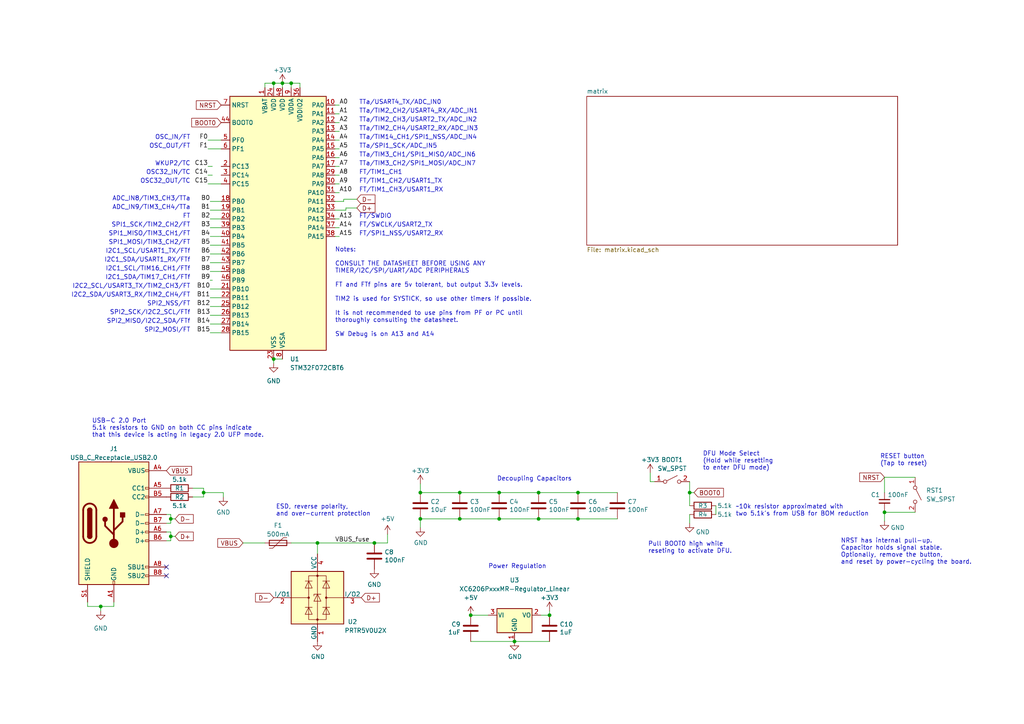
<source format=kicad_sch>
(kicad_sch (version 20230121) (generator eeschema)
  (paper "A4")
  (lib_symbols
    (symbol "+5V_1" (power) (pin_names (offset 0))
      (property "Value" "+5V_1" (at 0 3.556 0))
      (symbol "+5V_1_0_1"
        (polyline (pts (xy -0.762 1.27) (xy 0 2.54)))
        (polyline (pts (xy 0 0) (xy 0 2.54)))
        (polyline (pts (xy 0 2.54) (xy 0.762 1.27)))
      )
      (symbol "+5V_1_1_1"
        (pin power_in line (at 0 0 90) (length 0) hide (name "+5V") (number "1"))
      )
    )
    (symbol "Connector:USB_C_Receptacle_USB2.0" (pin_names (offset 1.016))
      (property "Reference" "J" (at -10.16 19.05 0))
      (property "Value" "USB_C_Receptacle_USB2.0" (at 19.05 19.05 0))
      (symbol "USB_C_Receptacle_USB2.0_0_0"
        (rectangle (start -0.254 -17.78) (end 0.254 -16.764))
        (rectangle (start 10.16 -14.986) (end 9.144 -15.494))
        (rectangle (start 10.16 -12.446) (end 9.144 -12.954))
        (rectangle (start 10.16 -4.826) (end 9.144 -5.334))
        (rectangle (start 10.16 -2.286) (end 9.144 -2.794))
        (rectangle (start 10.16 0.254) (end 9.144 -0.254))
        (rectangle (start 10.16 2.794) (end 9.144 2.286))
        (rectangle (start 10.16 7.874) (end 9.144 7.366))
        (rectangle (start 10.16 10.414) (end 9.144 9.906))
        (rectangle (start 10.16 15.494) (end 9.144 14.986))
      )
      (symbol "USB_C_Receptacle_USB2.0_0_1"
        (rectangle (start -10.16 17.78) (end 10.16 -17.78) (stroke (width 0.254)) (fill (type background)))
        (arc (start -8.89 -3.81) (mid -6.985 -5.7067) (end -5.08 -3.81) (stroke (width 0.508)))
        (arc (start -7.62 -3.81) (mid -6.985 -4.4423) (end -6.35 -3.81) (stroke (width 0.254)))
        (arc (start -7.62 -3.81) (mid -6.985 -4.4423) (end -6.35 -3.81) (stroke (width 0.254)) (fill (type outline)))
        (rectangle (start -7.62 -3.81) (end -6.35 3.81) (stroke (width 0.254)) (fill (type outline)))
        (arc (start -6.35 3.81) (mid -6.985 4.4423) (end -7.62 3.81) (stroke (width 0.254)))
        (arc (start -6.35 3.81) (mid -6.985 4.4423) (end -7.62 3.81) (stroke (width 0.254)) (fill (type outline)))
        (arc (start -5.08 3.81) (mid -6.985 5.7067) (end -8.89 3.81) (stroke (width 0.508)))
        (circle (center -2.54 1.143) (radius 0.635) (stroke (width 0.254)) (fill (type outline)))
        (circle (center 0 -5.842) (radius 1.27) (fill (type outline)))
        (polyline (pts (xy -8.89 -3.81) (xy -8.89 3.81)) (stroke (width 0.508)))
        (polyline (pts (xy -5.08 3.81) (xy -5.08 -3.81)) (stroke (width 0.508)))
        (polyline (pts (xy 0 -5.842) (xy 0 4.318)) (stroke (width 0.508)))
        (polyline (pts (xy 0 -3.302) (xy -2.54 -0.762) (xy -2.54 0.508)) (stroke (width 0.508)))
        (polyline (pts (xy 0 -2.032) (xy 2.54 0.508) (xy 2.54 1.778)) (stroke (width 0.508)))
        (polyline (pts (xy -1.27 4.318) (xy 0 6.858) (xy 1.27 4.318) (xy -1.27 4.318)) (stroke (width 0.254)) (fill (type outline)))
        (rectangle (start 1.905 1.778) (end 3.175 3.048) (stroke (width 0.254)) (fill (type outline)))
      )
      (symbol "USB_C_Receptacle_USB2.0_1_1"
        (pin passive line (at 0 -22.86 90) (length 5.08) (name "GND") (number "A1"))
        (pin passive line (at 0 -22.86 90) (length 5.08) hide (name "GND") (number "A12"))
        (pin passive line (at 15.24 15.24 180) (length 5.08) (name "VBUS") (number "A4"))
        (pin bidirectional line (at 15.24 10.16 180) (length 5.08) (name "CC1") (number "A5"))
        (pin bidirectional line (at 15.24 -2.54 180) (length 5.08) (name "D+") (number "A6"))
        (pin bidirectional line (at 15.24 2.54 180) (length 5.08) (name "D-") (number "A7"))
        (pin bidirectional line (at 15.24 -12.7 180) (length 5.08) (name "SBU1") (number "A8"))
        (pin passive line (at 15.24 15.24 180) (length 5.08) hide (name "VBUS") (number "A9"))
        (pin passive line (at 0 -22.86 90) (length 5.08) hide (name "GND") (number "B1"))
        (pin passive line (at 0 -22.86 90) (length 5.08) hide (name "GND") (number "B12"))
        (pin passive line (at 15.24 15.24 180) (length 5.08) hide (name "VBUS") (number "B4"))
        (pin bidirectional line (at 15.24 7.62 180) (length 5.08) (name "CC2") (number "B5"))
        (pin bidirectional line (at 15.24 -5.08 180) (length 5.08) (name "D+") (number "B6"))
        (pin bidirectional line (at 15.24 0 180) (length 5.08) (name "D-") (number "B7"))
        (pin bidirectional line (at 15.24 -15.24 180) (length 5.08) (name "SBU2") (number "B8"))
        (pin passive line (at 15.24 15.24 180) (length 5.08) hide (name "VBUS") (number "B9"))
        (pin passive line (at -7.62 -22.86 90) (length 5.08) (name "SHIELD") (number "S1"))
      )
    )
    (symbol "Device:C" (pin_numbers hide) (pin_names (offset 0.254))
      (property "Reference" "C" (at 0.635 2.54 0))
      (property "Value" "C" (at 0.635 -2.54 0))
      (symbol "C_0_1"
        (polyline (pts (xy -2.032 -0.762) (xy 2.032 -0.762)) (stroke (width 0.508)))
        (polyline (pts (xy -2.032 0.762) (xy 2.032 0.762)) (stroke (width 0.508)))
      )
      (symbol "C_1_1"
        (pin passive line (at 0 3.81 270) (length 2.794) (name "~") (number "1"))
        (pin passive line (at 0 -3.81 90) (length 2.794) (name "~") (number "2"))
      )
    )
    (symbol "Device:C_Small" (pin_numbers hide) (pin_names (offset 0.254) hide)
      (property "Reference" "C" (at 0.254 1.778 0))
      (property "Value" "C_Small" (at 0.254 -2.032 0))
      (symbol "C_Small_0_1"
        (polyline (pts (xy -1.524 -0.508) (xy 1.524 -0.508)) (stroke (width 0.3302)))
        (polyline (pts (xy -1.524 0.508) (xy 1.524 0.508)) (stroke (width 0.3048)))
      )
      (symbol "C_Small_1_1"
        (pin passive line (at 0 2.54 270) (length 2.032) (name "~") (number "1"))
        (pin passive line (at 0 -2.54 90) (length 2.032) (name "~") (number "2"))
      )
    )
    (symbol "Device:Polyfuse" (pin_numbers hide) (pin_names (offset 0))
      (property "Reference" "F" (at -2.54 0 90))
      (property "Value" "Polyfuse" (at 2.54 0 90))
      (symbol "Polyfuse_0_1"
        (rectangle (start -0.762 2.54) (end 0.762 -2.54) (stroke (width 0.254)))
        (polyline (pts (xy 0 2.54) (xy 0 -2.54)))
        (polyline (pts (xy -1.524 2.54) (xy -1.524 1.524) (xy 1.524 -1.524) (xy 1.524 -2.54)))
      )
      (symbol "Polyfuse_1_1"
        (pin passive line (at 0 3.81 270) (length 1.27) (name "~") (number "1"))
        (pin passive line (at 0 -3.81 90) (length 1.27) (name "~") (number "2"))
      )
    )
    (symbol "Device:R" (pin_numbers hide) (pin_names (offset 0))
      (property "Reference" "R" (at 2.032 0 90))
      (property "Value" "R" (at 0 0 90))
      (symbol "R_0_1"
        (rectangle (start -1.016 -2.54) (end 1.016 2.54) (stroke (width 0.254)))
      )
      (symbol "R_1_1"
        (pin passive line (at 0 3.81 270) (length 1.27) (name "~") (number "1"))
        (pin passive line (at 0 -3.81 90) (length 1.27) (name "~") (number "2"))
      )
    )
    (symbol "MCU_ST_STM32F0:STM32F072CBTx"
      (property "Reference" "U" (at -12.7 39.37 0))
      (property "Value" "STM32F072CBTx" (at 10.16 39.37 0))
      (symbol "STM32F072CBTx_0_1"
        (rectangle (start -12.7 -35.56) (end 15.24 38.1) (stroke (width 0.254)) (fill (type background)))
      )
      (symbol "STM32F072CBTx_1_1"
        (pin power_in line (at -2.54 40.64 270) (length 2.54) (name "VBAT") (number "1"))
        (pin bidirectional line (at 17.78 35.56 180) (length 2.54) (name "PA0") (number "10"))
        (pin bidirectional line (at 17.78 33.02 180) (length 2.54) (name "PA1") (number "11"))
        (pin bidirectional line (at 17.78 30.48 180) (length 2.54) (name "PA2") (number "12"))
        (pin bidirectional line (at 17.78 27.94 180) (length 2.54) (name "PA3") (number "13"))
        (pin bidirectional line (at 17.78 25.4 180) (length 2.54) (name "PA4") (number "14"))
        (pin bidirectional line (at 17.78 22.86 180) (length 2.54) (name "PA5") (number "15"))
        (pin bidirectional line (at 17.78 20.32 180) (length 2.54) (name "PA6") (number "16"))
        (pin bidirectional line (at 17.78 17.78 180) (length 2.54) (name "PA7") (number "17"))
        (pin bidirectional line (at -15.24 7.62 0) (length 2.54) (name "PB0") (number "18"))
        (pin bidirectional line (at -15.24 5.08 0) (length 2.54) (name "PB1") (number "19"))
        (pin bidirectional line (at -15.24 17.78 0) (length 2.54) (name "PC13") (number "2"))
        (pin bidirectional line (at -15.24 2.54 0) (length 2.54) (name "PB2") (number "20"))
        (pin bidirectional line (at -15.24 -17.78 0) (length 2.54) (name "PB10") (number "21"))
        (pin bidirectional line (at -15.24 -20.32 0) (length 2.54) (name "PB11") (number "22"))
        (pin power_in line (at 0 -38.1 90) (length 2.54) (name "VSS") (number "23"))
        (pin power_in line (at 0 40.64 270) (length 2.54) (name "VDD") (number "24"))
        (pin bidirectional line (at -15.24 -22.86 0) (length 2.54) (name "PB12") (number "25"))
        (pin bidirectional line (at -15.24 -25.4 0) (length 2.54) (name "PB13") (number "26"))
        (pin bidirectional line (at -15.24 -27.94 0) (length 2.54) (name "PB14") (number "27"))
        (pin bidirectional line (at -15.24 -30.48 0) (length 2.54) (name "PB15") (number "28"))
        (pin bidirectional line (at 17.78 15.24 180) (length 2.54) (name "PA8") (number "29"))
        (pin bidirectional line (at -15.24 15.24 0) (length 2.54) (name "PC14") (number "3"))
        (pin bidirectional line (at 17.78 12.7 180) (length 2.54) (name "PA9") (number "30"))
        (pin bidirectional line (at 17.78 10.16 180) (length 2.54) (name "PA10") (number "31"))
        (pin bidirectional line (at 17.78 7.62 180) (length 2.54) (name "PA11") (number "32"))
        (pin bidirectional line (at 17.78 5.08 180) (length 2.54) (name "PA12") (number "33"))
        (pin bidirectional line (at 17.78 2.54 180) (length 2.54) (name "PA13") (number "34"))
        (pin passive line (at 0 -38.1 90) (length 2.54) hide (name "VSS") (number "35"))
        (pin power_in line (at 7.62 40.64 270) (length 2.54) (name "VDDIO2") (number "36"))
        (pin bidirectional line (at 17.78 0 180) (length 2.54) (name "PA14") (number "37"))
        (pin bidirectional line (at 17.78 -2.54 180) (length 2.54) (name "PA15") (number "38"))
        (pin bidirectional line (at -15.24 0 0) (length 2.54) (name "PB3") (number "39"))
        (pin bidirectional line (at -15.24 12.7 0) (length 2.54) (name "PC15") (number "4"))
        (pin bidirectional line (at -15.24 -2.54 0) (length 2.54) (name "PB4") (number "40"))
        (pin bidirectional line (at -15.24 -5.08 0) (length 2.54) (name "PB5") (number "41"))
        (pin bidirectional line (at -15.24 -7.62 0) (length 2.54) (name "PB6") (number "42"))
        (pin bidirectional line (at -15.24 -10.16 0) (length 2.54) (name "PB7") (number "43"))
        (pin input line (at -15.24 30.48 0) (length 2.54) (name "BOOT0") (number "44"))
        (pin bidirectional line (at -15.24 -12.7 0) (length 2.54) (name "PB8") (number "45"))
        (pin bidirectional line (at -15.24 -15.24 0) (length 2.54) (name "PB9") (number "46"))
        (pin passive line (at 0 -38.1 90) (length 2.54) hide (name "VSS") (number "47"))
        (pin power_in line (at 2.54 40.64 270) (length 2.54) (name "VDD") (number "48"))
        (pin bidirectional line (at -15.24 25.4 0) (length 2.54) (name "PF0") (number "5"))
        (pin bidirectional line (at -15.24 22.86 0) (length 2.54) (name "PF1") (number "6"))
        (pin input line (at -15.24 35.56 0) (length 2.54) (name "NRST") (number "7"))
        (pin power_in line (at 2.54 -38.1 90) (length 2.54) (name "VSSA") (number "8"))
        (pin power_in line (at 5.08 40.64 270) (length 2.54) (name "VDDA") (number "9"))
      )
    )
    (symbol "Power_Protection:PRTR5V0U2X" (pin_names (offset 0))
      (property "Reference" "D" (at 2.794 8.636 0))
      (property "Value" "PRTR5V0U2X" (at 8.128 -9.398 0))
      (symbol "PRTR5V0U2X_0_1"
        (rectangle (start -7.62 -7.62) (end 7.62 7.62) (stroke (width 0.254)) (fill (type background)))
        (circle (center -2.54 0) (radius 0.254) (fill (type outline)))
        (rectangle (start -2.54 6.35) (end 2.54 -6.35))
        (circle (center 0 -6.35) (radius 0.254) (fill (type outline)))
        (polyline (pts (xy -2.54 0) (xy -7.62 0)))
        (polyline (pts (xy -1.524 -2.794) (xy -3.556 -2.794)))
        (polyline (pts (xy -1.524 4.826) (xy -3.556 4.826)))
        (polyline (pts (xy 0 -7.62) (xy 0 7.62)))
        (polyline (pts (xy 1.524 -2.794) (xy 3.556 -2.794)))
        (polyline (pts (xy 1.524 4.826) (xy 3.556 4.826)))
        (polyline (pts (xy 2.54 0) (xy 7.62 0)))
        (polyline (pts (xy 1.016 1.016) (xy -1.016 1.016) (xy -1.016 0.508)))
        (polyline (pts (xy -3.556 -4.826) (xy -1.524 -4.826) (xy -2.54 -2.794) (xy -3.556 -4.826)))
        (polyline (pts (xy -3.556 2.794) (xy -1.524 2.794) (xy -2.54 4.826) (xy -3.556 2.794)))
        (polyline (pts (xy -1.016 -1.016) (xy 1.016 -1.016) (xy 0 1.016) (xy -1.016 -1.016)))
        (polyline (pts (xy 3.556 -4.826) (xy 1.524 -4.826) (xy 2.54 -2.794) (xy 3.556 -4.826)))
        (polyline (pts (xy 3.556 2.794) (xy 1.524 2.794) (xy 2.54 4.826) (xy 3.556 2.794)))
        (circle (center 0 6.35) (radius 0.254) (fill (type outline)))
        (circle (center 2.54 0) (radius 0.254) (fill (type outline)))
      )
      (symbol "PRTR5V0U2X_1_1"
        (pin passive line (at 0 -12.7 90) (length 5.08) (name "GND") (number "1"))
        (pin passive line (at -12.7 0 0) (length 5.08) (name "I/O1") (number "2"))
        (pin passive line (at 12.7 0 180) (length 5.08) (name "I/O2") (number "3"))
        (pin passive line (at 0 12.7 270) (length 5.08) (name "VCC") (number "4"))
      )
    )
    (symbol "Switch:SW_SPST" (pin_names (offset 0) hide)
      (property "Reference" "SW" (at 0 3.175 0))
      (property "Value" "SW_SPST" (at 0 -2.54 0))
      (symbol "SW_SPST_0_0"
        (circle (center -2.032 0) (radius 0.508))
        (polyline (pts (xy -1.524 0.254) (xy 1.524 1.778)))
        (circle (center 2.032 0) (radius 0.508))
      )
      (symbol "SW_SPST_1_1"
        (pin passive line (at -5.08 0 0) (length 2.54) (name "A") (number "1"))
        (pin passive line (at 5.08 0 180) (length 2.54) (name "B") (number "2"))
      )
    )
    (symbol "kicad-keyboard-parts:XC6206PxxxMR-Regulator_Linear" (pin_names (offset 0.254))
      (property "Reference" "U" (at -3.81 3.175 0))
      (property "Value" "XC6206PxxxMR-Regulator_Linear" (at 0 3.175 0))
      (property "LCSC" "C5446" (at 0 0 0))
      (symbol "XC6206PxxxMR-Regulator_Linear_0_1"
        (rectangle (start -5.08 1.905) (end 5.08 -5.08) (stroke (width 0.254)) (fill (type background)))
      )
      (symbol "XC6206PxxxMR-Regulator_Linear_1_1"
        (pin power_in line (at 0 -7.62 90) (length 2.54) (name "GND") (number "1"))
        (pin power_out line (at 7.62 0 180) (length 2.54) (name "VO") (number "2"))
        (pin power_in line (at -7.62 0 0) (length 2.54) (name "VI") (number "3"))
      )
    )
    (symbol "power:+3V3" (power) (pin_names (offset 0))
      (property "Value" "+3V3" (at 0 3.556 0))
      (symbol "+3V3_0_1"
        (polyline (pts (xy -0.762 1.27) (xy 0 2.54)))
        (polyline (pts (xy 0 0) (xy 0 2.54)))
        (polyline (pts (xy 0 2.54) (xy 0.762 1.27)))
      )
      (symbol "+3V3_1_1"
        (pin power_in line (at 0 0 90) (length 0) hide (name "+3V3") (number "1"))
      )
    )
    (symbol "power:+5V" (power) (pin_names (offset 0))
      (property "Value" "+5V" (at 0 3.556 0))
      (symbol "+5V_0_1"
        (polyline (pts (xy -0.762 1.27) (xy 0 2.54)))
        (polyline (pts (xy 0 0) (xy 0 2.54)))
        (polyline (pts (xy 0 2.54) (xy 0.762 1.27)))
      )
      (symbol "+5V_1_1"
        (pin power_in line (at 0 0 90) (length 0) hide (name "+5V") (number "1"))
      )
    )
    (symbol "power:GND" (power) (pin_names (offset 0))
      (property "Value" "GND" (at 0 -3.81 0))
      (symbol "GND_0_1"
        (polyline (pts (xy 0 0) (xy 0 -1.27) (xy 1.27 -1.27) (xy 0 -2.54) (xy -1.27 -1.27) (xy 0 -1.27)))
      )
      (symbol "GND_1_1"
        (pin power_in line (at 0 0 270) (length 0) hide (name "GND") (number "1"))
      )
    )
  )
  (junction (at 200.025 142.875))
  (junction (at 81.915 24.13))
  (junction (at 159.385 178.435))
  (junction (at 59.055 142.875))
  (junction (at 79.375 24.13))
  (junction (at 156.21 150.495))
  (junction (at 133.35 150.495))
  (junction (at 136.525 178.435))
  (junction (at 156.21 142.875))
  (junction (at 121.92 150.495))
  (junction (at 79.375 104.14))
  (junction (at 149.225 186.055) (diameter 0.9144))
  (junction (at 256.54 148.59))
  (junction (at 121.92 142.875))
  (junction (at 144.78 150.495))
  (junction (at 167.64 150.495))
  (junction (at 167.64 142.875))
  (junction (at 92.075 157.48))
  (junction (at 144.78 142.875))
  (junction (at 133.35 142.875))
  (junction (at 108.585 157.48))
  (junction (at 49.53 155.575))
  (junction (at 29.21 175.895))
  (junction (at 49.53 150.495))
  (junction (at 84.455 24.13))
  (no_connect (at 48.26 167.005))
  (no_connect (at 48.26 164.465))
  (wire (pts (xy 60.96 73.66) (xy 64.135 73.66)))
  (wire (pts (xy 167.64 150.495) (xy 179.07 150.495)))
  (wire (pts (xy 48.26 156.845) (xy 49.53 156.845)))
  (wire (pts (xy 60.96 68.58) (xy 64.135 68.58)))
  (wire (pts (xy 98.425 40.64) (xy 97.155 40.64)))
  (wire (pts (xy 29.21 175.895) (xy 33.02 175.895)))
  (wire (pts (xy 60.96 60.96) (xy 64.135 60.96)))
  (wire (pts (xy 86.995 24.13) (xy 86.995 25.4)))
  (wire (pts (xy 48.26 149.225) (xy 49.53 149.225)))
  (wire (pts (xy 98.425 53.34) (xy 97.155 53.34)))
  (wire (pts (xy 59.055 144.145) (xy 59.055 142.875)))
  (wire (pts (xy 121.92 150.495) (xy 133.35 150.495)))
  (wire (pts (xy 55.88 144.145) (xy 59.055 144.145)))
  (wire (pts (xy 98.425 48.26) (xy 97.155 48.26)))
  (wire (pts (xy 49.53 150.495) (xy 49.53 151.765)))
  (wire (pts (xy 59.055 142.875) (xy 59.055 141.605)))
  (wire (pts (xy 189.865 139.7) (xy 188.595 139.7)))
  (wire (pts (xy 29.21 177.165) (xy 29.21 175.895)))
  (wire (pts (xy 84.455 24.13) (xy 84.455 25.4)))
  (wire (pts (xy 98.425 35.56) (xy 97.155 35.56)))
  (wire (pts (xy 59.055 142.875) (xy 64.77 142.875)))
  (wire (pts (xy 121.92 142.875) (xy 133.35 142.875)))
  (wire (pts (xy 84.455 24.13) (xy 86.995 24.13)))
  (wire (pts (xy 200.025 142.875) (xy 201.295 142.875)))
  (wire (pts (xy 79.375 24.13) (xy 79.375 25.4)))
  (wire (pts (xy 55.88 141.605) (xy 59.055 141.605)))
  (wire (pts (xy 149.225 186.055) (xy 159.385 186.055)))
  (wire (pts (xy 79.375 105.41) (xy 79.375 104.14)))
  (wire (pts (xy 60.96 71.12) (xy 64.135 71.12)))
  (wire (pts (xy 60.96 83.82) (xy 64.135 83.82)))
  (wire (pts (xy 98.425 38.1) (xy 97.155 38.1)))
  (wire (pts (xy 256.54 151.13) (xy 256.54 148.59)))
  (wire (pts (xy 136.525 178.435) (xy 141.605 178.435)))
  (wire (pts (xy 207.645 146.685) (xy 207.645 149.225)))
  (wire (pts (xy 156.21 142.875) (xy 167.64 142.875)))
  (wire (pts (xy 98.425 63.5) (xy 97.155 63.5)))
  (wire (pts (xy 108.585 157.48) (xy 112.395 157.48)))
  (wire (pts (xy 188.595 139.7) (xy 188.595 137.16)))
  (wire (pts (xy 100.33 60.325) (xy 100.33 60.96)))
  (wire (pts (xy 76.835 24.13) (xy 76.835 25.4)))
  (wire (pts (xy 98.425 43.18) (xy 97.155 43.18)))
  (wire (pts (xy 60.96 96.52) (xy 64.135 96.52)))
  (wire (pts (xy 256.54 138.43) (xy 265.43 138.43)))
  (wire (pts (xy 156.845 178.435) (xy 159.385 178.435)))
  (wire (pts (xy 144.78 142.875) (xy 156.21 142.875)))
  (wire (pts (xy 98.425 45.72) (xy 97.155 45.72)))
  (wire (pts (xy 200.025 139.7) (xy 200.025 142.875)))
  (wire (pts (xy 84.455 24.13) (xy 81.915 24.13)))
  (wire (pts (xy 60.96 58.42) (xy 64.135 58.42)))
  (wire (pts (xy 256.54 138.43) (xy 256.54 142.875)))
  (wire (pts (xy 98.425 55.88) (xy 97.155 55.88)))
  (wire (pts (xy 60.96 91.44) (xy 64.135 91.44)))
  (wire (pts (xy 70.485 157.48) (xy 76.835 157.48)))
  (wire (pts (xy 60.96 63.5) (xy 64.135 63.5)))
  (wire (pts (xy 100.33 60.96) (xy 97.155 60.96)))
  (wire (pts (xy 121.92 153.035) (xy 121.92 150.495)))
  (wire (pts (xy 49.53 156.845) (xy 49.53 155.575)))
  (wire (pts (xy 60.325 48.26) (xy 61.595 48.26)))
  (wire (pts (xy 60.325 50.8) (xy 61.595 50.8)))
  (wire (pts (xy 48.26 154.305) (xy 49.53 154.305)))
  (wire (pts (xy 84.455 157.48) (xy 92.075 157.48)))
  (wire (pts (xy 79.375 104.14) (xy 81.915 104.14)))
  (wire (pts (xy 167.64 142.875) (xy 179.07 142.875)))
  (wire (pts (xy 121.92 140.335) (xy 121.92 142.875)))
  (wire (pts (xy 256.54 148.59) (xy 256.54 147.955)))
  (wire (pts (xy 49.53 150.495) (xy 50.8 150.495)))
  (wire (pts (xy 79.375 24.13) (xy 81.915 24.13)))
  (wire (pts (xy 256.54 148.59) (xy 265.43 148.59)))
  (wire (pts (xy 200.025 149.225) (xy 200.025 151.765)))
  (wire (pts (xy 60.325 40.64) (xy 64.135 40.64)))
  (wire (pts (xy 60.96 81.28) (xy 61.595 81.28)))
  (wire (pts (xy 60.96 76.2) (xy 64.135 76.2)))
  (wire (pts (xy 25.4 175.895) (xy 29.21 175.895)))
  (wire (pts (xy 112.395 154.94) (xy 112.395 157.48)))
  (wire (pts (xy 76.835 24.13) (xy 79.375 24.13)))
  (wire (pts (xy 200.025 142.875) (xy 200.025 146.685)))
  (wire (pts (xy 48.26 151.765) (xy 49.53 151.765)))
  (wire (pts (xy 133.35 150.495) (xy 144.78 150.495)))
  (wire (pts (xy 99.695 57.785) (xy 99.695 58.42)))
  (wire (pts (xy 25.4 174.625) (xy 25.4 175.895)))
  (wire (pts (xy 60.96 88.9) (xy 64.135 88.9)))
  (wire (pts (xy 103.505 60.325) (xy 100.33 60.325)))
  (wire (pts (xy 49.53 154.305) (xy 49.53 155.575)))
  (wire (pts (xy 98.425 50.8) (xy 97.155 50.8)))
  (wire (pts (xy 98.425 33.02) (xy 97.155 33.02)))
  (wire (pts (xy 98.425 66.04) (xy 97.155 66.04)))
  (wire (pts (xy 49.53 155.575) (xy 50.8 155.575)))
  (wire (pts (xy 159.385 177.165) (xy 159.385 178.435)))
  (wire (pts (xy 64.77 142.875) (xy 64.77 144.145)))
  (wire (pts (xy 33.02 175.895) (xy 33.02 174.625)))
  (wire (pts (xy 99.695 58.42) (xy 97.155 58.42)))
  (wire (pts (xy 92.075 157.48) (xy 92.075 160.655)))
  (wire (pts (xy 60.325 43.18) (xy 64.135 43.18)))
  (wire (pts (xy 103.505 57.785) (xy 99.695 57.785)))
  (wire (pts (xy 133.35 142.875) (xy 144.78 142.875)))
  (wire (pts (xy 60.96 78.74) (xy 64.135 78.74)))
  (wire (pts (xy 149.225 186.055) (xy 136.525 186.055)))
  (wire (pts (xy 60.96 93.98) (xy 64.135 93.98)))
  (wire (pts (xy 92.075 157.48) (xy 108.585 157.48)))
  (wire (pts (xy 98.425 30.48) (xy 97.155 30.48)))
  (wire (pts (xy 98.425 68.58) (xy 97.155 68.58)))
  (wire (pts (xy 81.915 24.13) (xy 81.915 25.4)))
  (wire (pts (xy 49.53 149.225) (xy 49.53 150.495)))
  (wire (pts (xy 144.78 150.495) (xy 156.21 150.495)))
  (wire (pts (xy 60.96 66.04) (xy 64.135 66.04)))
  (wire (pts (xy 60.96 86.36) (xy 64.135 86.36)))
  (wire (pts (xy 156.21 150.495) (xy 167.64 150.495)))
  (wire (pts (xy 60.325 53.34) (xy 64.135 53.34)))
  (text "SPI1_SCK/TIM2_CH2/FT" (at 55.245 66.04 0) (effects (font (size 1.27 1.27)) (justify right bottom)))
  (text "FT/TIM1_CH1" (at 104.14 50.8 0) (effects (font (size 1.27 1.27)) (justify left bottom)))
  (text "FT/TIM1_CH3/USART1_RX" (at 104.14 55.88 0) (effects (font (size 1.27 1.27)) (justify left bottom)))
  (text "SPI2_NSS/FT" (at 55.245 88.9 0) (effects (font (size 1.27 1.27)) (justify right bottom)))
  (text "Notes:\n\nCONSULT THE DATASHEET BEFORE USING ANY \nTIMER/I2C/SPI/UART/ADC PERIPHERALS\n\nFT and FTf pins are 5v tolerant, but output 3.3v levels.\n\nTIM2 is used for SYSTICK, so use other timers if possible.\n\nIt is not recommended to use pins from PF or PC until\nthoroughly consulting the datasheet.\n\nSW Debug is on A13 and A14" (at 97.155 97.79 0) (effects (font (size 1.27 1.27)) (justify left bottom)))
  (text "TTa/TIM2_CH4/USART2_RX/ADC_IN3" (at 104.14 38.1 0) (effects (font (size 1.27 1.27)) (justify left bottom)))
  (text "NRST has internal pull-up.\nCapacitor holds signal stable.\nOptionally, remove the button,\nand reset by power-cycling the board." (at 243.84 163.83 0) (effects (font (size 1.27 1.27)) (justify left bottom)))
  (text "FT/SWDIO" (at 104.14 63.5 0) (effects (font (size 1.27 1.27)) (justify left bottom)))
  (text "Decoupling Capacitors" (at 144.145 139.7 0) (effects (font (size 1.27 1.27)) (justify left bottom)))
  (text "SPI1_MOSI/TIM3_CH2/FT" (at 55.245 71.12 0) (effects (font (size 1.27 1.27)) (justify right bottom)))
  (text "ADC_IN9/TIM3_CH4/TTa" (at 55.245 60.96 0) (effects (font (size 1.27 1.27)) (justify right bottom)))
  (text "I2C2_SCL/USART3_TX/TIM2_CH3/FT" (at 55.245 83.82 0) (effects (font (size 1.27 1.27)) (justify right bottom)))
  (text "SPI2_MISO/I2C2_SDA/FTf" (at 55.245 93.98 0) (effects (font (size 1.27 1.27)) (justify right bottom)))
  (text "FT/SWCLK/USART2_TX" (at 104.14 66.04 0) (effects (font (size 1.27 1.27)) (justify left bottom)))
  (text "I2C1_SCL/TIM16_CH1/FTf" (at 55.245 78.74 0) (effects (font (size 1.27 1.27)) (justify right bottom)))
  (text "~10k resistor approximated with\ntwo 5.1k's from USB for BOM reduction" (at 213.36 149.86 0) (effects (font (size 1.27 1.27)) (justify left bottom)))
  (text "TTa/TIM2_CH2/USART4_RX/ADC_IN1" (at 104.14 33.02 0) (effects (font (size 1.27 1.27)) (justify left bottom)))
  (text "USB-C 2.0 Port\n5.1k resistors to GND on both CC pins indicate\nthat this device is acting in legacy 2.0 UFP mode." (at 26.67 127 0) (effects (font (size 1.27 1.27)) (justify left bottom)))
  (text "TTa/TIM2_CH3/USART2_TX/ADC_IN2" (at 104.14 35.56 0) (effects (font (size 1.27 1.27)) (justify left bottom)))
  (text "OSC_IN/FT" (at 55.245 40.64 0) (effects (font (size 1.27 1.27)) (justify right bottom)))
  (text "DFU Mode Select\n(Hold while resetting\nto enter DFU mode)" (at 203.835 136.525 0) (effects (font (size 1.27 1.27)) (justify left bottom)))
  (text "WKUP2/TC" (at 55.245 48.26 0) (effects (font (size 1.27 1.27)) (justify right bottom)))
  (text "I2C2_SDA/USART3_RX/TIM2_CH4/FT" (at 55.245 86.36 0) (effects (font (size 1.27 1.27)) (justify right bottom)))
  (text "ADC_IN8/TIM3_CH3/TTa" (at 55.245 58.42 0) (effects (font (size 1.27 1.27)) (justify right bottom)))
  (text "RESET button\n(Tap to reset)" (at 255.27 135.255 0) (effects (font (size 1.27 1.27)) (justify left bottom)))
  (text "Pull BOOT0 high while \nreseting to activate DFU." (at 187.96 160.655 0) (effects (font (size 1.27 1.27)) (justify left bottom)))
  (text "I2C1_SDA/TIM17_CH1/FTf" (at 55.245 81.28 0) (effects (font (size 1.27 1.27)) (justify right bottom)))
  (text "TTa/SPI1_SCK/ADC_IN5" (at 104.14 43.18 0) (effects (font (size 1.27 1.27)) (justify left bottom)))
  (text "TTa/TIM3_CH1/SPI1_MISO/ADC_IN6" (at 104.14 45.72 0) (effects (font (size 1.27 1.27)) (justify left bottom)))
  (text "TTa/TIM3_CH2/SPI1_MOSI/ADC_IN7" (at 104.14 48.26 0) (effects (font (size 1.27 1.27)) (justify left bottom)))
  (text "OSC32_OUT/TC" (at 55.245 53.34 0) (effects (font (size 1.27 1.27)) (justify right bottom)))
  (text "FT/SPI1_NSS/USART2_RX" (at 104.14 68.58 0) (effects (font (size 1.27 1.27)) (justify left bottom)))
  (text "SPI1_MISO/TIM3_CH1/FT" (at 55.245 68.58 0) (effects (font (size 1.27 1.27)) (justify right bottom)))
  (text "OSC32_IN/TC" (at 55.245 50.8 0) (effects (font (size 1.27 1.27)) (justify right bottom)))
  (text "TTa/TIM14_CH1/SPI1_NSS/ADC_IN4" (at 104.14 40.64 0) (effects (font (size 1.27 1.27)) (justify left bottom)))
  (text "I2C1_SDA/USART1_RX/FTf" (at 55.245 76.2 0) (effects (font (size 1.27 1.27)) (justify right bottom)))
  (text "SPI2_MOSI/FT" (at 55.245 96.52 0) (effects (font (size 1.27 1.27)) (justify right bottom)))
  (text "FT/TIM1_CH2/USART1_TX" (at 104.14 53.34 0) (effects (font (size 1.27 1.27)) (justify left bottom)))
  (text "Power Regulation" (at 141.605 165.1 0) (effects (font (size 1.27 1.27)) (justify left bottom)))
  (text "SPI2_SCK/I2C2_SCL/FTf" (at 55.245 91.44 0) (effects (font (size 1.27 1.27)) (justify right bottom)))
  (text "OSC_OUT/FT" (at 55.245 43.18 0) (effects (font (size 1.27 1.27)) (justify right bottom)))
  (text "ESD, reverse polarity,\nand over-current protection" (at 80.01 149.86 0) (effects (font (size 1.27 1.27)) (justify left bottom)))
  (text "FT" (at 55.245 63.5 0) (effects (font (size 1.27 1.27)) (justify right bottom)))
  (text "TTa/USART4_TX/ADC_IN0" (at 104.14 30.48 0) (effects (font (size 1.27 1.27)) (justify left bottom)))
  (text "I2C1_SCL/USART1_TX/FTf" (at 55.245 73.66 0) (effects (font (size 1.27 1.27)) (justify right bottom)))
  (label "A1" (at 98.425 33.02 0))
  (label "A3" (at 98.425 38.1 0))
  (label "A13" (at 98.425 63.5 0))
  (label "A10" (at 98.425 55.88 0))
  (label "B7" (at 60.96 76.2 180))
  (label "B13" (at 60.96 91.44 180))
  (label "A6" (at 98.425 45.72 0))
  (label "B1" (at 60.96 60.96 180))
  (label "B9" (at 60.96 81.28 180))
  (label "B5" (at 60.96 71.12 180))
  (label "B14" (at 60.96 93.98 180))
  (label "A8" (at 98.425 50.8 0))
  (label "B0" (at 60.96 58.42 180))
  (label "A9" (at 98.425 53.34 0))
  (label "VBUS_fuse" (at 97.155 157.48 0))
  (label "A2" (at 98.425 35.56 0))
  (label "B8" (at 60.96 78.74 180))
  (label "A4" (at 98.425 40.64 0))
  (label "B12" (at 60.96 88.9 180))
  (label "B4" (at 60.96 68.58 180))
  (label "C14" (at 60.325 50.8 180))
  (label "B6" (at 60.96 73.66 180))
  (label "B15" (at 60.96 96.52 180))
  (label "A14" (at 98.425 66.04 0))
  (label "B10" (at 60.96 83.82 180))
  (label "B11" (at 60.96 86.36 180))
  (label "C15" (at 60.325 53.34 180))
  (label "B3" (at 60.96 66.04 180))
  (label "A0" (at 98.425 30.48 0))
  (label "B2" (at 60.96 63.5 180))
  (label "F1" (at 60.325 43.18 180))
  (label "A5" (at 98.425 43.18 0))
  (label "A7" (at 98.425 48.26 0))
  (label "C13" (at 60.325 48.26 180))
  (label "F0" (at 60.325 40.64 180))
  (label "A15" (at 98.425 68.58 0))
  (global_label "VBUS" (shape input) (at 70.485 157.48 180) (property "Intersheetrefs" "${INTERSHEET_REFS}" (effects hide)))
  (global_label "D-" (shape input) (at 103.505 57.785 0) (property "Intersheetrefs" "${INTERSHEET_REFS}" (effects hide)))
  (global_label "D-" (shape input) (at 79.375 173.355 180) (property "Intersheetrefs" "${INTERSHEET_REFS}" (effects hide)))
  (global_label "BOOT0" (shape input) (at 64.135 35.56 180) (property "Intersheetrefs" "${INTERSHEET_REFS}" (effects hide)))
  (global_label "D+" (shape input) (at 103.505 60.325 0) (property "Intersheetrefs" "${INTERSHEET_REFS}" (effects hide)))
  (global_label "D+" (shape input) (at 104.775 173.355 0) (property "Intersheetrefs" "${INTERSHEET_REFS}" (effects hide)))
  (global_label "D-" (shape input) (at 50.8 150.495 0) (property "Intersheetrefs" "${INTERSHEET_REFS}" (effects hide)))
  (global_label "NRST" (shape input) (at 256.54 138.43 180) (property "Intersheetrefs" "${INTERSHEET_REFS}" (effects hide)))
  (global_label "NRST" (shape input) (at 64.135 30.48 180) (property "Intersheetrefs" "${INTERSHEET_REFS}" (effects hide)))
  (global_label "BOOT0" (shape input) (at 201.295 142.875 0) (property "Intersheetrefs" "${INTERSHEET_REFS}" (effects hide)))
  (global_label "D+" (shape input) (at 50.8 155.575 0) (property "Intersheetrefs" "${INTERSHEET_REFS}" (effects hide)))
  (global_label "VBUS" (shape input) (at 48.26 136.525 0) (property "Intersheetrefs" "${INTERSHEET_REFS}" (effects hide)))
  (symbol (lib_id "Connector:USB_C_Receptacle_USB2.0") (at 33.02 151.765 0) (unit 1)
    (property "Reference" "J1" (at 33.02 130.175 0))
    (property "Value" "USB_C_Receptacle_USB2.0" (at 33.02 132.715 0))
    (property "Footprint" "Connector_USB:USB_C_Receptacle_HRO_TYPE-C-31-M-12" (effects hide))
    (property "Datasheet" "https://www.usb.org/sites/default/files/documents/usb_type-c.zip" (effects hide))
    (property "JlcRotOffset" "180" (effects hide))
    (property "JlcPosOffset" "0,1.5" (effects hide))
  )
  (symbol (lib_id "power:+3V3") (at 81.915 24.13 0) (unit 1)
    (property "Reference" "#PWR01" (effects hide))
    (property "Value" "+3V3" (at 81.915 20.32 0))
  )
  (symbol (lib_id "Device:R") (at 203.835 146.685 90) (unit 1)
    (property "Reference" "R3" (at 203.835 146.685 90))
    (property "Value" "5.1k" (at 210.185 146.685 90))
    (property "Footprint" "Resistor_SMD:R_0402_1005Metric" (effects hide))
  )
  (symbol (lib_id "Device:C") (at 108.585 161.29 0) (unit 1)
    (property "Reference" "C8" (at 111.506 160.1216 0) (effects (justify left)))
    (property "Value" "100nF" (at 111.506 162.433 0) (effects (justify left)))
    (property "Footprint" "Capacitor_SMD:C_0402_1005Metric" (effects hide))
    (property "LCSC" "C307331" (effects hide))
  )
  (symbol (lib_id "Device:Polyfuse") (at 80.645 157.48 90) (unit 1)
    (property "Reference" "F1" (at 80.645 152.4 90))
    (property "Value" "500mA" (at 80.645 154.94 90))
    (property "Footprint" "Fuse:Fuse_1206_3216Metric" (effects hide))
    (property "LCSC" "C135341" (effects hide))
  )
  (symbol (lib_id "power:GND") (at 79.375 105.41 0) (unit 1)
    (property "Reference" "#PWR02" (effects hide))
    (property "Value" "GND" (at 79.375 110.49 0))
  )
  (symbol (lib_id "power:GND") (at 64.77 144.145 0) (unit 1)
    (property "Reference" "#PWR05" (effects hide))
    (property "Value" "GND" (at 64.77 148.59 0))
  )
  (symbol (lib_id "power:GND") (at 121.92 153.035 0) (unit 1)
    (property "Reference" "#PWR08" (effects hide))
    (property "Value" "GND" (at 122.047 157.4292 0))
  )
  (symbol (lib_id "MCU_ST_STM32F0:STM32F072CBTx") (at 79.375 66.04 0) (unit 1)
    (property "Reference" "U1" (at 84.1091 104.14 0) (effects (justify left)))
    (property "Value" "STM32F072CBT6" (at 84.1091 106.68 0) (effects (justify left)))
    (property "Footprint" "Package_QFP:LQFP-48_7x7mm_P0.5mm" (effects hide))
    (property "Datasheet" "https://www.st.com/resource/en/datasheet/stm32f072cb.pdf" (effects hide))
    (property "JlcRotOffset" "90" (effects hide))
  )
  (symbol (lib_id "Device:C") (at 167.64 146.685 0) (unit 1)
    (property "Reference" "C6" (at 170.561 145.5166 0) (effects (justify left)))
    (property "Value" "100nF" (at 170.561 147.828 0) (effects (justify left)))
    (property "Footprint" "Capacitor_SMD:C_0402_1005Metric" (effects hide))
    (property "LCSC" "C307331" (effects hide))
  )
  (symbol (lib_id "power:+3V3") (at 121.92 140.335 0) (unit 1)
    (property "Reference" "#PWR04" (effects hide))
    (property "Value" "+3V3" (at 121.92 136.525 0))
  )
  (symbol (lib_id "power:GND") (at 29.21 177.165 0) (unit 1)
    (property "Reference" "#PWR011" (effects hide))
    (property "Value" "GND" (at 29.21 182.245 0))
  )
  (symbol (lib_id "Device:C") (at 159.385 182.245 0) (unit 1)
    (property "Reference" "C10" (at 162.306 181.0766 0) (effects (justify left)))
    (property "Value" "1uF" (at 162.306 183.388 0) (effects (justify left)))
    (property "Footprint" "Capacitor_SMD:C_0402_1005Metric" (effects hide))
    (property "LCSC" "C307331" (effects hide))
  )
  (symbol (lib_id "kicad-keyboard-parts:XC6206PxxxMR-Regulator_Linear") (at 149.225 178.435 0) (unit 1)
    (property "Reference" "U3" (at 149.225 168.275 0))
    (property "Value" "XC6206PxxxMR-Regulator_Linear" (at 149.225 170.815 0))
    (property "Footprint" "Package_TO_SOT_SMD:SOT-23" (effects hide))
    (property "Datasheet" "https://www.torexsemi.com/file/xc6206/XC6206.pdf" (effects hide))
    (property "LCSC" "C5446" (effects hide))
  )
  (symbol (lib_id "power:GND") (at 200.025 151.765 0) (unit 1)
    (property "Reference" "#PWR07" (effects hide))
    (property "Value" "GND" (at 203.835 154.305 0))
  )
  (symbol (lib_id "power:+3V3") (at 188.595 137.16 0) (mirror y) (unit 1)
    (property "Reference" "#PWR03" (effects hide))
    (property "Value" "+3V3" (at 188.595 133.35 0))
  )
  (symbol (lib_id "power:+3V3") (at 159.385 177.165 0) (unit 1)
    (property "Reference" "#PWR012" (effects hide))
    (property "Value" "+3V3" (at 159.385 173.355 0))
  )
  (symbol (lib_name "+5V_1") (lib_id "power:+5V") (at 112.395 154.94 0) (unit 1)
    (property "Reference" "#PWR09" (effects hide))
    (property "Value" "+5V" (at 112.395 150.495 0))
  )
  (symbol (lib_id "Device:R") (at 52.07 141.605 270) (unit 1)
    (property "Reference" "R1" (at 52.07 141.605 90))
    (property "Value" "5.1k" (at 52.07 139.065 90))
    (property "Footprint" "Resistor_SMD:R_0402_1005Metric" (effects hide))
  )
  (symbol (lib_id "power:GND") (at 108.585 165.1 0) (unit 1)
    (property "Reference" "#PWR010" (effects hide))
    (property "Value" "GND" (at 108.585 169.545 0))
  )
  (symbol (lib_id "power:GND") (at 149.225 186.055 0) (unit 1)
    (property "Reference" "#PWR015" (effects hide))
    (property "Value" "GND" (at 149.352 190.4492 0))
  )
  (symbol (lib_id "power:+5V") (at 136.525 178.435 0) (unit 1)
    (property "Reference" "#PWR013" (effects hide))
    (property "Value" "+5V" (at 136.525 173.355 0))
  )
  (symbol (lib_id "Switch:SW_SPST") (at 194.945 139.7 0) (unit 1)
    (property "Reference" "BOOT1" (at 194.945 133.35 0))
    (property "Value" "SW_SPST" (at 194.945 135.89 0))
    (property "Footprint" "Button_Switch_SMD:SW_SPST_TL3342" (effects hide))
  )
  (symbol (lib_id "Device:C") (at 144.78 146.685 0) (unit 1)
    (property "Reference" "C4" (at 147.701 145.5166 0) (effects (justify left)))
    (property "Value" "100nF" (at 147.701 147.828 0) (effects (justify left)))
    (property "Footprint" "Capacitor_SMD:C_0402_1005Metric" (effects hide))
    (property "LCSC" "C307331" (effects hide))
  )
  (symbol (lib_id "power:GND") (at 256.54 151.13 0) (mirror y) (unit 1)
    (property "Reference" "#PWR06" (effects hide))
    (property "Value" "GND" (at 260.35 153.035 0))
  )
  (symbol (lib_id "Device:C") (at 133.35 146.685 0) (unit 1)
    (property "Reference" "C3" (at 136.271 145.5166 0) (effects (justify left)))
    (property "Value" "100nF" (at 136.271 147.828 0) (effects (justify left)))
    (property "Footprint" "Capacitor_SMD:C_0402_1005Metric" (effects hide))
    (property "LCSC" "C307331" (effects hide))
  )
  (symbol (lib_id "Device:C") (at 156.21 146.685 0) (unit 1)
    (property "Reference" "C5" (at 159.131 145.5166 0) (effects (justify left)))
    (property "Value" "100nF" (at 159.131 147.828 0) (effects (justify left)))
    (property "Footprint" "Capacitor_SMD:C_0402_1005Metric" (effects hide))
    (property "LCSC" "C307331" (effects hide))
  )
  (symbol (lib_id "Device:C") (at 136.525 182.245 0) (mirror y) (unit 1)
    (property "Reference" "C9" (at 133.604 181.0766 0) (effects (justify left)))
    (property "Value" "1uF" (at 133.604 183.388 0) (effects (justify left)))
    (property "Footprint" "Capacitor_SMD:C_0402_1005Metric" (effects hide))
    (property "LCSC" "C307331" (effects hide))
  )
  (symbol (lib_id "Power_Protection:PRTR5V0U2X") (at 92.075 173.355 0) (unit 1)
    (property "Reference" "U2" (at 102.235 180.34 0))
    (property "Value" "PRTR5V0U2X" (at 106.045 182.88 0))
    (property "Footprint" "Package_TO_SOT_SMD:SOT-143" (effects hide))
    (property "Datasheet" "https://assets.nexperia.com/documents/data-sheet/PRTR5V0U2X.pdf" (effects hide))
    (property "LCSC" "C2827688" (effects hide))
    (property "JlcRotOffset" "90" (effects hide))
  )
  (symbol (lib_id "Device:C") (at 121.92 146.685 0) (unit 1)
    (property "Reference" "C2" (at 124.841 145.5166 0) (effects (justify left)))
    (property "Value" "10uF" (at 124.841 147.828 0) (effects (justify left)))
    (property "Footprint" "Capacitor_SMD:C_0603_1608Metric" (effects hide))
    (property "LCSC" "C307331" (effects hide))
  )
  (symbol (lib_id "power:GND") (at 92.075 186.055 0) (unit 1)
    (property "Reference" "#PWR014" (effects hide))
    (property "Value" "GND" (at 92.202 190.4492 0))
  )
  (symbol (lib_id "Device:R") (at 203.835 149.225 270) (mirror x) (unit 1)
    (property "Reference" "R4" (at 203.835 149.225 90))
    (property "Value" "5.1k" (at 210.185 149.225 90))
    (property "Footprint" "Resistor_SMD:R_0402_1005Metric" (effects hide))
  )
  (symbol (lib_id "Switch:SW_SPST") (at 265.43 143.51 270) (unit 1)
    (property "Reference" "RST1" (at 268.605 142.24 90) (effects (justify left)))
    (property "Value" "SW_SPST" (at 268.605 144.78 90) (effects (justify left)))
    (property "Footprint" "Button_Switch_SMD:SW_SPST_TL3342" (effects hide))
  )
  (symbol (lib_id "Device:C_Small") (at 256.54 145.415 0) (mirror y) (unit 1)
    (property "Reference" "C1" (at 255.27 143.51 0) (effects (justify left)))
    (property "Value" "100nF" (at 263.525 143.51 0) (effects (justify left)))
    (property "Footprint" "Capacitor_SMD:C_0402_1005Metric" (effects hide))
    (property "LCSC" "C307331" (effects hide))
  )
  (symbol (lib_id "Device:R") (at 52.07 144.145 90) (unit 1)
    (property "Reference" "R2" (at 52.07 144.145 90))
    (property "Value" "5.1k" (at 52.07 146.685 90))
    (property "Footprint" "Resistor_SMD:R_0402_1005Metric" (effects hide))
  )
  (symbol (lib_id "Device:C") (at 179.07 146.685 0) (unit 1)
    (property "Reference" "C7" (at 181.991 145.5166 0) (effects (justify left)))
    (property "Value" "100nF" (at 181.991 147.828 0) (effects (justify left)))
    (property "Footprint" "Capacitor_SMD:C_0402_1005Metric" (effects hide))
    (property "LCSC" "C307331" (effects hide))
  )
  (sheet (at 170.18 27.94) (size 90.17 43.18) (stroke (width 0.1524))
    (property "Sheetname" "matrix" (at 170.18 27.2284 0) (effects (justify left bottom)))
    (property "Sheetfile" "matrix.kicad_sch" (at 170.18 71.7046 0) (effects (justify left top)))
  )
)
</source>
